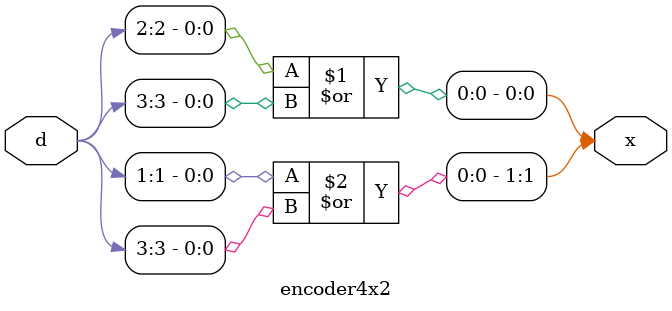
<source format=v>
module encoder4x2(output [1:0]x,input[3:0]d);
	or o1 (x[0],d[2],d[3]);
	or o2 (x[1],d[1],d[3]);
endmodule 
</source>
